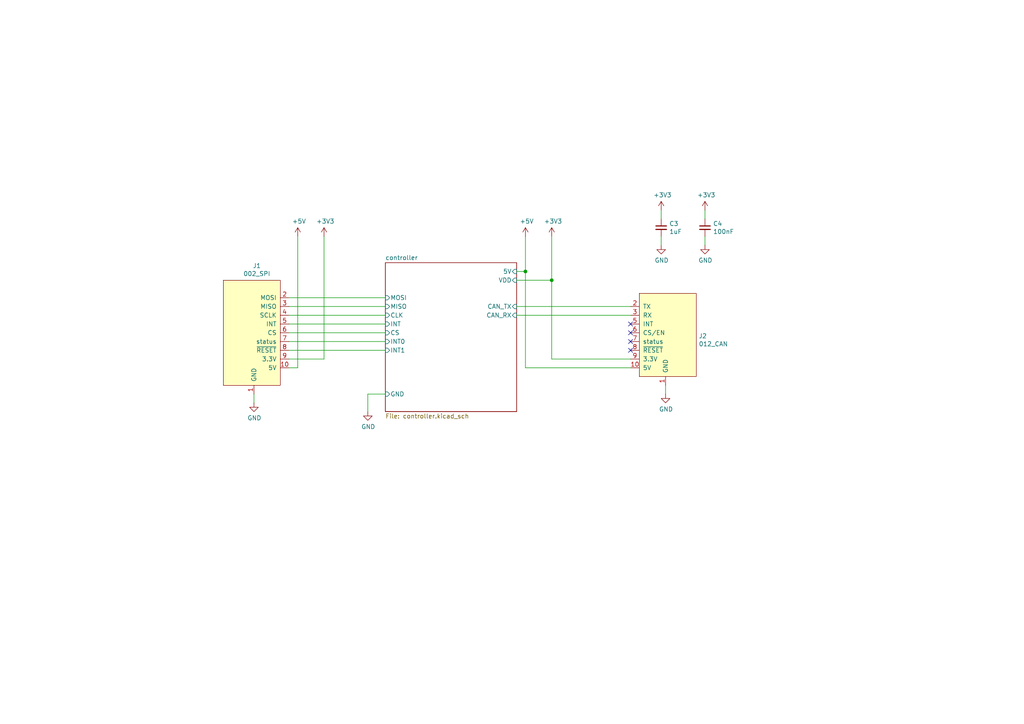
<source format=kicad_sch>
(kicad_sch (version 20211123) (generator eeschema)

  (uuid 712d6a7d-2b62-464f-b745-fd2a6b0187f6)

  (paper "A4")

  (lib_symbols
    (symbol "Device:C_Small" (pin_numbers hide) (pin_names (offset 0.254) hide) (in_bom yes) (on_board yes)
      (property "Reference" "C" (id 0) (at 0.254 1.778 0)
        (effects (font (size 1.27 1.27)) (justify left))
      )
      (property "Value" "C_Small" (id 1) (at 0.254 -2.032 0)
        (effects (font (size 1.27 1.27)) (justify left))
      )
      (property "Footprint" "" (id 2) (at 0 0 0)
        (effects (font (size 1.27 1.27)) hide)
      )
      (property "Datasheet" "~" (id 3) (at 0 0 0)
        (effects (font (size 1.27 1.27)) hide)
      )
      (property "ki_keywords" "capacitor cap" (id 4) (at 0 0 0)
        (effects (font (size 1.27 1.27)) hide)
      )
      (property "ki_description" "Unpolarized capacitor, small symbol" (id 5) (at 0 0 0)
        (effects (font (size 1.27 1.27)) hide)
      )
      (property "ki_fp_filters" "C_*" (id 6) (at 0 0 0)
        (effects (font (size 1.27 1.27)) hide)
      )
      (symbol "C_Small_0_1"
        (polyline
          (pts
            (xy -1.524 -0.508)
            (xy 1.524 -0.508)
          )
          (stroke (width 0.3302) (type default) (color 0 0 0 0))
          (fill (type none))
        )
        (polyline
          (pts
            (xy -1.524 0.508)
            (xy 1.524 0.508)
          )
          (stroke (width 0.3048) (type default) (color 0 0 0 0))
          (fill (type none))
        )
      )
      (symbol "C_Small_1_1"
        (pin passive line (at 0 2.54 270) (length 2.032)
          (name "~" (effects (font (size 1.27 1.27))))
          (number "1" (effects (font (size 1.27 1.27))))
        )
        (pin passive line (at 0 -2.54 90) (length 2.032)
          (name "~" (effects (font (size 1.27 1.27))))
          (number "2" (effects (font (size 1.27 1.27))))
        )
      )
    )
    (symbol "power:+3.3V" (power) (pin_names (offset 0)) (in_bom yes) (on_board yes)
      (property "Reference" "#PWR" (id 0) (at 0 -3.81 0)
        (effects (font (size 1.27 1.27)) hide)
      )
      (property "Value" "+3.3V" (id 1) (at 0 3.556 0)
        (effects (font (size 1.27 1.27)))
      )
      (property "Footprint" "" (id 2) (at 0 0 0)
        (effects (font (size 1.27 1.27)) hide)
      )
      (property "Datasheet" "" (id 3) (at 0 0 0)
        (effects (font (size 1.27 1.27)) hide)
      )
      (property "ki_keywords" "power-flag" (id 4) (at 0 0 0)
        (effects (font (size 1.27 1.27)) hide)
      )
      (property "ki_description" "Power symbol creates a global label with name \"+3.3V\"" (id 5) (at 0 0 0)
        (effects (font (size 1.27 1.27)) hide)
      )
      (symbol "+3.3V_0_1"
        (polyline
          (pts
            (xy -0.762 1.27)
            (xy 0 2.54)
          )
          (stroke (width 0) (type default) (color 0 0 0 0))
          (fill (type none))
        )
        (polyline
          (pts
            (xy 0 0)
            (xy 0 2.54)
          )
          (stroke (width 0) (type default) (color 0 0 0 0))
          (fill (type none))
        )
        (polyline
          (pts
            (xy 0 2.54)
            (xy 0.762 1.27)
          )
          (stroke (width 0) (type default) (color 0 0 0 0))
          (fill (type none))
        )
      )
      (symbol "+3.3V_1_1"
        (pin power_in line (at 0 0 90) (length 0) hide
          (name "+3V3" (effects (font (size 1.27 1.27))))
          (number "1" (effects (font (size 1.27 1.27))))
        )
      )
    )
    (symbol "power:+5V" (power) (pin_names (offset 0)) (in_bom yes) (on_board yes)
      (property "Reference" "#PWR" (id 0) (at 0 -3.81 0)
        (effects (font (size 1.27 1.27)) hide)
      )
      (property "Value" "+5V" (id 1) (at 0 3.556 0)
        (effects (font (size 1.27 1.27)))
      )
      (property "Footprint" "" (id 2) (at 0 0 0)
        (effects (font (size 1.27 1.27)) hide)
      )
      (property "Datasheet" "" (id 3) (at 0 0 0)
        (effects (font (size 1.27 1.27)) hide)
      )
      (property "ki_keywords" "power-flag" (id 4) (at 0 0 0)
        (effects (font (size 1.27 1.27)) hide)
      )
      (property "ki_description" "Power symbol creates a global label with name \"+5V\"" (id 5) (at 0 0 0)
        (effects (font (size 1.27 1.27)) hide)
      )
      (symbol "+5V_0_1"
        (polyline
          (pts
            (xy -0.762 1.27)
            (xy 0 2.54)
          )
          (stroke (width 0) (type default) (color 0 0 0 0))
          (fill (type none))
        )
        (polyline
          (pts
            (xy 0 0)
            (xy 0 2.54)
          )
          (stroke (width 0) (type default) (color 0 0 0 0))
          (fill (type none))
        )
        (polyline
          (pts
            (xy 0 2.54)
            (xy 0.762 1.27)
          )
          (stroke (width 0) (type default) (color 0 0 0 0))
          (fill (type none))
        )
      )
      (symbol "+5V_1_1"
        (pin power_in line (at 0 0 90) (length 0) hide
          (name "+5V" (effects (font (size 1.27 1.27))))
          (number "1" (effects (font (size 1.27 1.27))))
        )
      )
    )
    (symbol "power:GND" (power) (pin_names (offset 0)) (in_bom yes) (on_board yes)
      (property "Reference" "#PWR" (id 0) (at 0 -6.35 0)
        (effects (font (size 1.27 1.27)) hide)
      )
      (property "Value" "GND" (id 1) (at 0 -3.81 0)
        (effects (font (size 1.27 1.27)))
      )
      (property "Footprint" "" (id 2) (at 0 0 0)
        (effects (font (size 1.27 1.27)) hide)
      )
      (property "Datasheet" "" (id 3) (at 0 0 0)
        (effects (font (size 1.27 1.27)) hide)
      )
      (property "ki_keywords" "power-flag" (id 4) (at 0 0 0)
        (effects (font (size 1.27 1.27)) hide)
      )
      (property "ki_description" "Power symbol creates a global label with name \"GND\" , ground" (id 5) (at 0 0 0)
        (effects (font (size 1.27 1.27)) hide)
      )
      (symbol "GND_0_1"
        (polyline
          (pts
            (xy 0 0)
            (xy 0 -1.27)
            (xy 1.27 -1.27)
            (xy 0 -2.54)
            (xy -1.27 -1.27)
            (xy 0 -1.27)
          )
          (stroke (width 0) (type default) (color 0 0 0 0))
          (fill (type none))
        )
      )
      (symbol "GND_1_1"
        (pin power_in line (at 0 0 270) (length 0) hide
          (name "GND" (effects (font (size 1.27 1.27))))
          (number "1" (effects (font (size 1.27 1.27))))
        )
      )
    )
    (symbol "put_on_edge:002_SPI" (pin_names (offset 1.016)) (in_bom yes) (on_board yes)
      (property "Reference" "J" (id 0) (at -1.27 13.97 0)
        (effects (font (size 1.27 1.27)))
      )
      (property "Value" "002_SPI" (id 1) (at 10.16 13.97 0)
        (effects (font (size 1.27 1.27)))
      )
      (property "Footprint" "" (id 2) (at 8.89 16.51 0)
        (effects (font (size 1.27 1.27)) hide)
      )
      (property "Datasheet" "" (id 3) (at 8.89 16.51 0)
        (effects (font (size 1.27 1.27)) hide)
      )
      (symbol "002_SPI_0_1"
        (rectangle (start -7.62 12.7) (end 8.89 -17.78)
          (stroke (width 0) (type default) (color 0 0 0 0))
          (fill (type background))
        )
      )
      (symbol "002_SPI_1_1"
        (pin power_in line (at 0 -20.32 90) (length 2.54)
          (name "GND" (effects (font (size 1.27 1.27))))
          (number "1" (effects (font (size 1.27 1.27))))
        )
        (pin power_in line (at -10.16 -12.7 0) (length 2.54)
          (name "5V" (effects (font (size 1.27 1.27))))
          (number "10" (effects (font (size 1.27 1.27))))
        )
        (pin bidirectional line (at -10.16 7.62 0) (length 2.54)
          (name "MOSI" (effects (font (size 1.27 1.27))))
          (number "2" (effects (font (size 1.27 1.27))))
        )
        (pin bidirectional line (at -10.16 5.08 0) (length 2.54)
          (name "MISO" (effects (font (size 1.27 1.27))))
          (number "3" (effects (font (size 1.27 1.27))))
        )
        (pin bidirectional line (at -10.16 2.54 0) (length 2.54)
          (name "SCLK" (effects (font (size 1.27 1.27))))
          (number "4" (effects (font (size 1.27 1.27))))
        )
        (pin bidirectional line (at -10.16 0 0) (length 2.54)
          (name "INT" (effects (font (size 1.27 1.27))))
          (number "5" (effects (font (size 1.27 1.27))))
        )
        (pin bidirectional line (at -10.16 -2.54 0) (length 2.54)
          (name "CS" (effects (font (size 1.27 1.27))))
          (number "6" (effects (font (size 1.27 1.27))))
        )
        (pin bidirectional line (at -10.16 -5.08 0) (length 2.54)
          (name "status" (effects (font (size 1.27 1.27))))
          (number "7" (effects (font (size 1.27 1.27))))
        )
        (pin bidirectional line (at -10.16 -7.62 0) (length 2.54)
          (name "~{RESET}" (effects (font (size 1.27 1.27))))
          (number "8" (effects (font (size 1.27 1.27))))
        )
        (pin power_in line (at -10.16 -10.16 0) (length 2.54)
          (name "3.3V" (effects (font (size 1.27 1.27))))
          (number "9" (effects (font (size 1.27 1.27))))
        )
      )
    )
    (symbol "put_on_edge:012_CAN" (pin_names (offset 1.016)) (in_bom yes) (on_board yes)
      (property "Reference" "J" (id 0) (at -1.27 12.7 0)
        (effects (font (size 1.27 1.27)))
      )
      (property "Value" "012_CAN" (id 1) (at 10.16 12.7 0)
        (effects (font (size 1.27 1.27)))
      )
      (property "Footprint" "" (id 2) (at 7.62 16.51 0)
        (effects (font (size 1.27 1.27)) hide)
      )
      (property "Datasheet" "" (id 3) (at 7.62 16.51 0)
        (effects (font (size 1.27 1.27)) hide)
      )
      (symbol "012_CAN_0_1"
        (rectangle (start -7.62 11.43) (end 8.89 -12.7)
          (stroke (width 0) (type default) (color 0 0 0 0))
          (fill (type background))
        )
      )
      (symbol "012_CAN_1_1"
        (pin power_in line (at 0 -15.24 90) (length 2.54)
          (name "GND" (effects (font (size 1.27 1.27))))
          (number "1" (effects (font (size 1.27 1.27))))
        )
        (pin power_in line (at -10.16 -10.16 0) (length 2.54)
          (name "5V" (effects (font (size 1.27 1.27))))
          (number "10" (effects (font (size 1.27 1.27))))
        )
        (pin bidirectional line (at -10.16 7.62 0) (length 2.54)
          (name "TX" (effects (font (size 1.27 1.27))))
          (number "2" (effects (font (size 1.27 1.27))))
        )
        (pin bidirectional line (at -10.16 5.08 0) (length 2.54)
          (name "RX" (effects (font (size 1.27 1.27))))
          (number "3" (effects (font (size 1.27 1.27))))
        )
        (pin bidirectional line (at -10.16 2.54 0) (length 2.54)
          (name "INT" (effects (font (size 1.27 1.27))))
          (number "5" (effects (font (size 1.27 1.27))))
        )
        (pin bidirectional line (at -10.16 0 0) (length 2.54)
          (name "CS/EN" (effects (font (size 1.27 1.27))))
          (number "6" (effects (font (size 1.27 1.27))))
        )
        (pin bidirectional line (at -10.16 -2.54 0) (length 2.54)
          (name "status" (effects (font (size 1.27 1.27))))
          (number "7" (effects (font (size 1.27 1.27))))
        )
        (pin bidirectional line (at -10.16 -5.08 0) (length 2.54)
          (name "~{RESET}" (effects (font (size 1.27 1.27))))
          (number "8" (effects (font (size 1.27 1.27))))
        )
        (pin power_in line (at -10.16 -7.62 0) (length 2.54)
          (name "3.3V" (effects (font (size 1.27 1.27))))
          (number "9" (effects (font (size 1.27 1.27))))
        )
      )
    )
  )

  (junction (at 160.02 81.28) (diameter 0) (color 0 0 0 0)
    (uuid 10109f84-4940-47f8-8640-91f185ac9bc1)
  )
  (junction (at 152.4 78.74) (diameter 0) (color 0 0 0 0)
    (uuid c022004a-c968-410e-b59e-fbab0e561e9d)
  )

  (no_connect (at 182.88 96.52) (uuid 5fc27c35-3e1c-4f96-817c-93b5570858a6))
  (no_connect (at 182.88 101.6) (uuid 6a45789b-3855-401f-8139-3c734f7f52f9))
  (no_connect (at 182.88 99.06) (uuid 6c9b793c-e74d-4754-a2c0-901e73b26f1c))
  (no_connect (at 182.88 93.98) (uuid efeac2a2-7682-4dc7-83ee-f6f1b23da506))

  (wire (pts (xy 149.86 88.9) (xy 182.88 88.9))
    (stroke (width 0) (type default) (color 0 0 0 0))
    (uuid 13abf99d-5265-4779-8973-e94370fd18ff)
  )
  (wire (pts (xy 204.47 60.96) (xy 204.47 63.5))
    (stroke (width 0) (type default) (color 0 0 0 0))
    (uuid 1a1ab354-5f85-45f9-938c-9f6c4c8c3ea2)
  )
  (wire (pts (xy 191.77 60.96) (xy 191.77 63.5))
    (stroke (width 0) (type default) (color 0 0 0 0))
    (uuid 1bf544e3-5940-4576-9291-2464e95c0ee2)
  )
  (wire (pts (xy 86.36 68.58) (xy 86.36 106.68))
    (stroke (width 0) (type default) (color 0 0 0 0))
    (uuid 1e1b062d-fad0-427c-a622-c5b8a80b5268)
  )
  (wire (pts (xy 111.76 96.52) (xy 83.82 96.52))
    (stroke (width 0) (type default) (color 0 0 0 0))
    (uuid 23bb2798-d93a-4696-a962-c305c4298a0c)
  )
  (wire (pts (xy 93.98 68.58) (xy 93.98 104.14))
    (stroke (width 0) (type default) (color 0 0 0 0))
    (uuid 30f15357-ce1d-48b9-93dc-7d9b1b2aa048)
  )
  (wire (pts (xy 204.47 68.58) (xy 204.47 71.12))
    (stroke (width 0) (type default) (color 0 0 0 0))
    (uuid 42713045-fffd-4b2d-ae1e-7232d705fb12)
  )
  (wire (pts (xy 111.76 88.9) (xy 83.82 88.9))
    (stroke (width 0) (type default) (color 0 0 0 0))
    (uuid 46918595-4a45-48e8-84c0-961b4db7f35f)
  )
  (wire (pts (xy 152.4 106.68) (xy 182.88 106.68))
    (stroke (width 0) (type default) (color 0 0 0 0))
    (uuid 47baf4b1-0938-497d-88f9-671136aa8be7)
  )
  (wire (pts (xy 160.02 104.14) (xy 182.88 104.14))
    (stroke (width 0) (type default) (color 0 0 0 0))
    (uuid 55e740a3-0735-4744-896e-2bf5437093b9)
  )
  (wire (pts (xy 149.86 78.74) (xy 152.4 78.74))
    (stroke (width 0) (type default) (color 0 0 0 0))
    (uuid 6a955fc7-39d9-4c75-9a69-676ca8c0b9b2)
  )
  (wire (pts (xy 111.76 101.6) (xy 83.82 101.6))
    (stroke (width 0) (type default) (color 0 0 0 0))
    (uuid 6e105729-aba0-497c-a99e-c32d2b3ddb6d)
  )
  (wire (pts (xy 160.02 81.28) (xy 160.02 104.14))
    (stroke (width 0) (type default) (color 0 0 0 0))
    (uuid 71c31975-2c45-4d18-a25a-18e07a55d11e)
  )
  (wire (pts (xy 160.02 81.28) (xy 160.02 68.58))
    (stroke (width 0) (type default) (color 0 0 0 0))
    (uuid 746ba970-8279-4e7b-aed3-f28687777c21)
  )
  (wire (pts (xy 111.76 99.06) (xy 83.82 99.06))
    (stroke (width 0) (type default) (color 0 0 0 0))
    (uuid 78cbdd6c-4878-4cc5-9a58-0e506478e37d)
  )
  (wire (pts (xy 93.98 104.14) (xy 83.82 104.14))
    (stroke (width 0) (type default) (color 0 0 0 0))
    (uuid 87371631-aa02-498a-998a-09bdb74784c1)
  )
  (wire (pts (xy 111.76 93.98) (xy 83.82 93.98))
    (stroke (width 0) (type default) (color 0 0 0 0))
    (uuid 94c158d1-8503-4553-b511-bf42f506c2a8)
  )
  (wire (pts (xy 111.76 91.44) (xy 83.82 91.44))
    (stroke (width 0) (type default) (color 0 0 0 0))
    (uuid 9ccf03e8-755a-4cd9-96fc-30e1d08fa253)
  )
  (wire (pts (xy 106.68 119.38) (xy 106.68 114.3))
    (stroke (width 0) (type default) (color 0 0 0 0))
    (uuid a690fc6c-55d9-47e6-b533-faa4b67e20f3)
  )
  (wire (pts (xy 149.86 91.44) (xy 182.88 91.44))
    (stroke (width 0) (type default) (color 0 0 0 0))
    (uuid a7520ad3-0f8b-4788-92d4-8ffb277041e6)
  )
  (wire (pts (xy 111.76 86.36) (xy 83.82 86.36))
    (stroke (width 0) (type default) (color 0 0 0 0))
    (uuid a795f1ba-cdd5-4cc5-9a52-08586e982934)
  )
  (wire (pts (xy 193.04 114.3) (xy 193.04 111.76))
    (stroke (width 0) (type default) (color 0 0 0 0))
    (uuid b1086f75-01ba-4188-8d36-75a9e2828ca9)
  )
  (wire (pts (xy 191.77 68.58) (xy 191.77 71.12))
    (stroke (width 0) (type default) (color 0 0 0 0))
    (uuid c0515cd2-cdaa-467e-8354-0f6eadfa35c9)
  )
  (wire (pts (xy 106.68 114.3) (xy 111.76 114.3))
    (stroke (width 0) (type default) (color 0 0 0 0))
    (uuid c144caa5-b0d4-4cef-840a-d4ad178a2102)
  )
  (wire (pts (xy 73.66 116.84) (xy 73.66 114.3))
    (stroke (width 0) (type default) (color 0 0 0 0))
    (uuid c70d9ef3-bfeb-47e0-a1e1-9aeba3da7864)
  )
  (wire (pts (xy 86.36 106.68) (xy 83.82 106.68))
    (stroke (width 0) (type default) (color 0 0 0 0))
    (uuid d8603679-3e7b-4337-8dbc-1827f5f54d8a)
  )
  (wire (pts (xy 149.86 81.28) (xy 160.02 81.28))
    (stroke (width 0) (type default) (color 0 0 0 0))
    (uuid e10b5627-3247-4c86-b9f6-ef474ca11543)
  )
  (wire (pts (xy 152.4 78.74) (xy 152.4 68.58))
    (stroke (width 0) (type default) (color 0 0 0 0))
    (uuid e8314017-7be6-4011-9179-37449a29b311)
  )
  (wire (pts (xy 152.4 78.74) (xy 152.4 106.68))
    (stroke (width 0) (type default) (color 0 0 0 0))
    (uuid f4f99e3d-7269-4f6a-a759-16ad2a258779)
  )

  (symbol (lib_id "put_on_edge:002_SPI") (at 73.66 93.98 0) (mirror y) (unit 1)
    (in_bom yes) (on_board yes)
    (uuid 00000000-0000-0000-0000-0000617eac36)
    (property "Reference" "J1" (id 0) (at 74.4982 77.089 0))
    (property "Value" "002_SPI" (id 1) (at 74.4982 79.4004 0))
    (property "Footprint" "on_edge:on_edge_2x05_device" (id 2) (at 66.04 77.47 0)
      (effects (font (size 1.27 1.27)) hide)
    )
    (property "Datasheet" "" (id 3) (at 66.04 77.47 0)
      (effects (font (size 1.27 1.27)) hide)
    )
    (pin "1" (uuid b01861f4-d8b4-4e4a-abe8-e79abd992746))
    (pin "10" (uuid 93af4ed3-f074-4873-b513-7d2625e5fd96))
    (pin "2" (uuid dfa32f98-a4bd-402e-99a2-8dc183b112be))
    (pin "3" (uuid 43108d1f-6fab-4012-bb34-effc39df9879))
    (pin "4" (uuid 85878c11-d4b5-4d11-a6be-f032d8348a4d))
    (pin "5" (uuid 2ead883a-2ef5-4441-a2ba-3751c5a3785b))
    (pin "6" (uuid cd065b82-0cf5-4208-b86e-c662ada48d95))
    (pin "7" (uuid b653e7f3-279a-4cf7-9188-055533b287d4))
    (pin "8" (uuid a80327aa-cef0-4f3b-b4be-5dceece67053))
    (pin "9" (uuid 3aa6e313-7972-4b5e-a4c8-3414c36a4b92))
  )

  (symbol (lib_id "put_on_edge:012_CAN") (at 193.04 96.52 0) (unit 1)
    (in_bom yes) (on_board yes)
    (uuid 00000000-0000-0000-0000-0000617ed06b)
    (property "Reference" "J2" (id 0) (at 202.6412 97.4598 0)
      (effects (font (size 1.27 1.27)) (justify left))
    )
    (property "Value" "012_CAN" (id 1) (at 202.6412 99.7712 0)
      (effects (font (size 1.27 1.27)) (justify left))
    )
    (property "Footprint" "on_edge:on_edge_2x05_host" (id 2) (at 200.66 80.01 0)
      (effects (font (size 1.27 1.27)) hide)
    )
    (property "Datasheet" "" (id 3) (at 200.66 80.01 0)
      (effects (font (size 1.27 1.27)) hide)
    )
    (pin "1" (uuid 53b1f897-371c-47dd-959a-c072a27d4e74))
    (pin "10" (uuid 8c280046-befe-4ad1-8124-a6c196c5f7d2))
    (pin "2" (uuid 27477966-69c3-4f44-adcc-e25c8b4658ce))
    (pin "3" (uuid ac12336a-c2ac-40f8-b055-be8a5ff62426))
    (pin "5" (uuid c4c300bc-e982-40ee-bc82-a4fa8a54a3a5))
    (pin "6" (uuid 44a799bd-0d3a-4a2b-87b4-10fa523aa7d6))
    (pin "7" (uuid 2c884c24-451e-41aa-8de1-33376db18545))
    (pin "8" (uuid 9696cec4-5e81-4cc1-8e56-49f0c994142f))
    (pin "9" (uuid 1571b9d4-6db3-4d13-8517-4e3c9ceea84e))
  )

  (symbol (lib_id "power:GND") (at 73.66 116.84 0) (unit 1)
    (in_bom yes) (on_board yes)
    (uuid 00000000-0000-0000-0000-0000617ee3e4)
    (property "Reference" "#PWR0101" (id 0) (at 73.66 123.19 0)
      (effects (font (size 1.27 1.27)) hide)
    )
    (property "Value" "GND" (id 1) (at 73.787 121.2342 0))
    (property "Footprint" "" (id 2) (at 73.66 116.84 0)
      (effects (font (size 1.27 1.27)) hide)
    )
    (property "Datasheet" "" (id 3) (at 73.66 116.84 0)
      (effects (font (size 1.27 1.27)) hide)
    )
    (pin "1" (uuid 89bddea0-e123-4afd-be16-6b7dd934bb45))
  )

  (symbol (lib_id "power:GND") (at 193.04 114.3 0) (unit 1)
    (in_bom yes) (on_board yes)
    (uuid 00000000-0000-0000-0000-0000617ee726)
    (property "Reference" "#PWR0102" (id 0) (at 193.04 120.65 0)
      (effects (font (size 1.27 1.27)) hide)
    )
    (property "Value" "GND" (id 1) (at 193.167 118.6942 0))
    (property "Footprint" "" (id 2) (at 193.04 114.3 0)
      (effects (font (size 1.27 1.27)) hide)
    )
    (property "Datasheet" "" (id 3) (at 193.04 114.3 0)
      (effects (font (size 1.27 1.27)) hide)
    )
    (pin "1" (uuid 880c680a-7e6c-48f7-8226-9c3889b584d9))
  )

  (symbol (lib_id "power:+5V") (at 152.4 68.58 0) (unit 1)
    (in_bom yes) (on_board yes)
    (uuid 00000000-0000-0000-0000-0000617f1ae5)
    (property "Reference" "#PWR0103" (id 0) (at 152.4 72.39 0)
      (effects (font (size 1.27 1.27)) hide)
    )
    (property "Value" "+5V" (id 1) (at 152.781 64.1858 0))
    (property "Footprint" "" (id 2) (at 152.4 68.58 0)
      (effects (font (size 1.27 1.27)) hide)
    )
    (property "Datasheet" "" (id 3) (at 152.4 68.58 0)
      (effects (font (size 1.27 1.27)) hide)
    )
    (pin "1" (uuid f820bba3-f1dc-4a8b-ae09-d5015b75c2a9))
  )

  (symbol (lib_id "power:+3.3V") (at 160.02 68.58 0) (unit 1)
    (in_bom yes) (on_board yes)
    (uuid 00000000-0000-0000-0000-0000617f236f)
    (property "Reference" "#PWR0104" (id 0) (at 160.02 72.39 0)
      (effects (font (size 1.27 1.27)) hide)
    )
    (property "Value" "+3.3V" (id 1) (at 160.401 64.1858 0))
    (property "Footprint" "" (id 2) (at 160.02 68.58 0)
      (effects (font (size 1.27 1.27)) hide)
    )
    (property "Datasheet" "" (id 3) (at 160.02 68.58 0)
      (effects (font (size 1.27 1.27)) hide)
    )
    (pin "1" (uuid 80a00ffb-c6b0-43d4-8459-54561e7cbe63))
  )

  (symbol (lib_id "power:+5V") (at 86.36 68.58 0) (unit 1)
    (in_bom yes) (on_board yes)
    (uuid 00000000-0000-0000-0000-0000617f3fc7)
    (property "Reference" "#PWR0105" (id 0) (at 86.36 72.39 0)
      (effects (font (size 1.27 1.27)) hide)
    )
    (property "Value" "+5V" (id 1) (at 86.741 64.1858 0))
    (property "Footprint" "" (id 2) (at 86.36 68.58 0)
      (effects (font (size 1.27 1.27)) hide)
    )
    (property "Datasheet" "" (id 3) (at 86.36 68.58 0)
      (effects (font (size 1.27 1.27)) hide)
    )
    (pin "1" (uuid 423c70a5-efcb-4550-a031-a19504279ae1))
  )

  (symbol (lib_id "power:+3.3V") (at 93.98 68.58 0) (unit 1)
    (in_bom yes) (on_board yes)
    (uuid 00000000-0000-0000-0000-0000617f3fcd)
    (property "Reference" "#PWR0106" (id 0) (at 93.98 72.39 0)
      (effects (font (size 1.27 1.27)) hide)
    )
    (property "Value" "+3.3V" (id 1) (at 94.361 64.1858 0))
    (property "Footprint" "" (id 2) (at 93.98 68.58 0)
      (effects (font (size 1.27 1.27)) hide)
    )
    (property "Datasheet" "" (id 3) (at 93.98 68.58 0)
      (effects (font (size 1.27 1.27)) hide)
    )
    (pin "1" (uuid 4a5b4456-9bfa-4ab6-b9b8-d82d95ac2986))
  )

  (symbol (lib_id "power:GND") (at 106.68 119.38 0) (unit 1)
    (in_bom yes) (on_board yes)
    (uuid 00000000-0000-0000-0000-0000617f4ba7)
    (property "Reference" "#PWR0107" (id 0) (at 106.68 125.73 0)
      (effects (font (size 1.27 1.27)) hide)
    )
    (property "Value" "GND" (id 1) (at 106.807 123.7742 0))
    (property "Footprint" "" (id 2) (at 106.68 119.38 0)
      (effects (font (size 1.27 1.27)) hide)
    )
    (property "Datasheet" "" (id 3) (at 106.68 119.38 0)
      (effects (font (size 1.27 1.27)) hide)
    )
    (pin "1" (uuid 661e63a6-57d4-4bd6-8435-e9e47baf2ef9))
  )

  (symbol (lib_id "Device:C_Small") (at 191.77 66.04 0) (unit 1)
    (in_bom yes) (on_board yes)
    (uuid 00000000-0000-0000-0000-000061805a99)
    (property "Reference" "C3" (id 0) (at 194.1068 64.8716 0)
      (effects (font (size 1.27 1.27)) (justify left))
    )
    (property "Value" "1uF" (id 1) (at 194.1068 67.183 0)
      (effects (font (size 1.27 1.27)) (justify left))
    )
    (property "Footprint" "Capacitor_SMD:C_0603_1608Metric" (id 2) (at 191.77 66.04 0)
      (effects (font (size 1.27 1.27)) hide)
    )
    (property "Datasheet" "~" (id 3) (at 191.77 66.04 0)
      (effects (font (size 1.27 1.27)) hide)
    )
    (property "Voltage" "6.3V" (id 4) (at 191.77 66.04 0)
      (effects (font (size 1.27 1.27)) hide)
    )
    (pin "1" (uuid b6d3e6b1-4fdb-4600-8339-e15317f74269))
    (pin "2" (uuid c71f55ed-8b0d-4053-bda8-e1811b500d5c))
  )

  (symbol (lib_id "Device:C_Small") (at 204.47 66.04 0) (unit 1)
    (in_bom yes) (on_board yes)
    (uuid 00000000-0000-0000-0000-000061806b1a)
    (property "Reference" "C4" (id 0) (at 206.8068 64.8716 0)
      (effects (font (size 1.27 1.27)) (justify left))
    )
    (property "Value" "100nF" (id 1) (at 206.8068 67.183 0)
      (effects (font (size 1.27 1.27)) (justify left))
    )
    (property "Footprint" "Capacitor_SMD:C_0603_1608Metric" (id 2) (at 204.47 66.04 0)
      (effects (font (size 1.27 1.27)) hide)
    )
    (property "Datasheet" "~" (id 3) (at 204.47 66.04 0)
      (effects (font (size 1.27 1.27)) hide)
    )
    (property "Voltage" "6.3V" (id 4) (at 204.47 66.04 0)
      (effects (font (size 1.27 1.27)) hide)
    )
    (pin "1" (uuid 3e82fded-c5eb-4f43-9bae-b94627f95032))
    (pin "2" (uuid 9d7b1418-6c23-4392-bd3f-16d1b3bd9909))
  )

  (symbol (lib_id "power:GND") (at 191.77 71.12 0) (unit 1)
    (in_bom yes) (on_board yes)
    (uuid 00000000-0000-0000-0000-000061806db0)
    (property "Reference" "#PWR0108" (id 0) (at 191.77 77.47 0)
      (effects (font (size 1.27 1.27)) hide)
    )
    (property "Value" "GND" (id 1) (at 191.897 75.5142 0))
    (property "Footprint" "" (id 2) (at 191.77 71.12 0)
      (effects (font (size 1.27 1.27)) hide)
    )
    (property "Datasheet" "" (id 3) (at 191.77 71.12 0)
      (effects (font (size 1.27 1.27)) hide)
    )
    (pin "1" (uuid 84ffbb13-b4ed-4870-b8de-b6d78fbf3794))
  )

  (symbol (lib_id "power:GND") (at 204.47 71.12 0) (unit 1)
    (in_bom yes) (on_board yes)
    (uuid 00000000-0000-0000-0000-00006180724b)
    (property "Reference" "#PWR0109" (id 0) (at 204.47 77.47 0)
      (effects (font (size 1.27 1.27)) hide)
    )
    (property "Value" "GND" (id 1) (at 204.597 75.5142 0))
    (property "Footprint" "" (id 2) (at 204.47 71.12 0)
      (effects (font (size 1.27 1.27)) hide)
    )
    (property "Datasheet" "" (id 3) (at 204.47 71.12 0)
      (effects (font (size 1.27 1.27)) hide)
    )
    (pin "1" (uuid e158092a-b261-4092-8ebe-ce90f3128bdf))
  )

  (symbol (lib_id "power:+3.3V") (at 191.77 60.96 0) (unit 1)
    (in_bom yes) (on_board yes)
    (uuid 00000000-0000-0000-0000-00006180754a)
    (property "Reference" "#PWR0110" (id 0) (at 191.77 64.77 0)
      (effects (font (size 1.27 1.27)) hide)
    )
    (property "Value" "+3.3V" (id 1) (at 192.151 56.5658 0))
    (property "Footprint" "" (id 2) (at 191.77 60.96 0)
      (effects (font (size 1.27 1.27)) hide)
    )
    (property "Datasheet" "" (id 3) (at 191.77 60.96 0)
      (effects (font (size 1.27 1.27)) hide)
    )
    (pin "1" (uuid 67c7719e-37e3-4339-8047-6d0a6be74bdd))
  )

  (symbol (lib_id "power:+3.3V") (at 204.47 60.96 0) (unit 1)
    (in_bom yes) (on_board yes)
    (uuid 00000000-0000-0000-0000-000061807855)
    (property "Reference" "#PWR0111" (id 0) (at 204.47 64.77 0)
      (effects (font (size 1.27 1.27)) hide)
    )
    (property "Value" "+3.3V" (id 1) (at 204.851 56.5658 0))
    (property "Footprint" "" (id 2) (at 204.47 60.96 0)
      (effects (font (size 1.27 1.27)) hide)
    )
    (property "Datasheet" "" (id 3) (at 204.47 60.96 0)
      (effects (font (size 1.27 1.27)) hide)
    )
    (pin "1" (uuid 20e54c84-ed7d-4731-8a22-e25ae2877f59))
  )

  (sheet (at 111.76 76.2) (size 38.1 43.18) (fields_autoplaced)
    (stroke (width 0) (type solid) (color 0 0 0 0))
    (fill (color 0 0 0 0.0000))
    (uuid 00000000-0000-0000-0000-0000617efafa)
    (property "Sheet name" "controller" (id 0) (at 111.76 75.4884 0)
      (effects (font (size 1.27 1.27)) (justify left bottom))
    )
    (property "Sheet file" "controller.kicad_sch" (id 1) (at 111.76 119.9646 0)
      (effects (font (size 1.27 1.27)) (justify left top))
    )
    (pin "GND" input (at 111.76 114.3 180)
      (effects (font (size 1.27 1.27)) (justify left))
      (uuid 81bbc3ff-3938-49ac-8297-ce2bcc9a42bd)
    )
    (pin "5V" input (at 149.86 78.74 0)
      (effects (font (size 1.27 1.27)) (justify right))
      (uuid 15875808-74d5-4210-b8ca-aa8fbc04ae21)
    )
    (pin "VDD" input (at 149.86 81.28 0)
      (effects (font (size 1.27 1.27)) (justify right))
      (uuid dd00c2e1-6027-4717-b312-4fab3ee52002)
    )
    (pin "CAN_TX" input (at 149.86 88.9 0)
      (effects (font (size 1.27 1.27)) (justify right))
      (uuid 0a3cc030-c9dd-4d74-9d50-715ed2b361a2)
    )
    (pin "CAN_RX" input (at 149.86 91.44 0)
      (effects (font (size 1.27 1.27)) (justify right))
      (uuid 8322f275-268c-4e87-a69f-4cfbf05e747f)
    )
    (pin "MISO" input (at 111.76 88.9 180)
      (effects (font (size 1.27 1.27)) (justify left))
      (uuid b6270a28-e0d9-4655-a18a-03dbf007b940)
    )
    (pin "MOSI" input (at 111.76 86.36 180)
      (effects (font (size 1.27 1.27)) (justify left))
      (uuid f3490fa5-5a27-423b-af60-53609669542c)
    )
    (pin "CLK" input (at 111.76 91.44 180)
      (effects (font (size 1.27 1.27)) (justify left))
      (uuid 1860e030-7a36-4298-b7fc-a16d48ab15ba)
    )
    (pin "CS" input (at 111.76 96.52 180)
      (effects (font (size 1.27 1.27)) (justify left))
      (uuid 3dcc657b-55a1-48e0-9667-e01e7b6b08b5)
    )
    (pin "INT" input (at 111.76 93.98 180)
      (effects (font (size 1.27 1.27)) (justify left))
      (uuid 67f6e996-3c99-493c-8f6f-e739e2ed5d7a)
    )
    (pin "INT0" input (at 111.76 99.06 180)
      (effects (font (size 1.27 1.27)) (justify left))
      (uuid 32667662-ae86-4904-b198-3e95f11851bf)
    )
    (pin "INT1" input (at 111.76 101.6 180)
      (effects (font (size 1.27 1.27)) (justify left))
      (uuid a05d7640-f2f6-4ba7-8c51-5a4af431fc13)
    )
  )

  (sheet_instances
    (path "/" (page "1"))
    (path "/00000000-0000-0000-0000-0000617efafa" (page "2"))
  )

  (symbol_instances
    (path "/00000000-0000-0000-0000-0000617ee3e4"
      (reference "#PWR0101") (unit 1) (value "GND") (footprint "")
    )
    (path "/00000000-0000-0000-0000-0000617ee726"
      (reference "#PWR0102") (unit 1) (value "GND") (footprint "")
    )
    (path "/00000000-0000-0000-0000-0000617f1ae5"
      (reference "#PWR0103") (unit 1) (value "+5V") (footprint "")
    )
    (path "/00000000-0000-0000-0000-0000617f236f"
      (reference "#PWR0104") (unit 1) (value "+3.3V") (footprint "")
    )
    (path "/00000000-0000-0000-0000-0000617f3fc7"
      (reference "#PWR0105") (unit 1) (value "+5V") (footprint "")
    )
    (path "/00000000-0000-0000-0000-0000617f3fcd"
      (reference "#PWR0106") (unit 1) (value "+3.3V") (footprint "")
    )
    (path "/00000000-0000-0000-0000-0000617f4ba7"
      (reference "#PWR0107") (unit 1) (value "GND") (footprint "")
    )
    (path "/00000000-0000-0000-0000-000061806db0"
      (reference "#PWR0108") (unit 1) (value "GND") (footprint "")
    )
    (path "/00000000-0000-0000-0000-00006180724b"
      (reference "#PWR0109") (unit 1) (value "GND") (footprint "")
    )
    (path "/00000000-0000-0000-0000-00006180754a"
      (reference "#PWR0110") (unit 1) (value "+3.3V") (footprint "")
    )
    (path "/00000000-0000-0000-0000-000061807855"
      (reference "#PWR0111") (unit 1) (value "+3.3V") (footprint "")
    )
    (path "/00000000-0000-0000-0000-0000617efafa/00000000-0000-0000-0000-0000617fd9d7"
      (reference "C1") (unit 1) (value "22pF") (footprint "Capacitor_SMD:C_0603_1608Metric")
    )
    (path "/00000000-0000-0000-0000-0000617efafa/00000000-0000-0000-0000-0000617fe3b4"
      (reference "C2") (unit 1) (value "22pF") (footprint "Capacitor_SMD:C_0603_1608Metric")
    )
    (path "/00000000-0000-0000-0000-000061805a99"
      (reference "C3") (unit 1) (value "1uF") (footprint "Capacitor_SMD:C_0603_1608Metric")
    )
    (path "/00000000-0000-0000-0000-000061806b1a"
      (reference "C4") (unit 1) (value "100nF") (footprint "Capacitor_SMD:C_0603_1608Metric")
    )
    (path "/00000000-0000-0000-0000-0000617eac36"
      (reference "J1") (unit 1) (value "002_SPI") (footprint "on_edge:on_edge_2x05_device")
    )
    (path "/00000000-0000-0000-0000-0000617ed06b"
      (reference "J2") (unit 1) (value "012_CAN") (footprint "on_edge:on_edge_2x05_host")
    )
    (path "/00000000-0000-0000-0000-0000617efafa/00000000-0000-0000-0000-0000617f6d49"
      (reference "R1") (unit 1) (value "0R") (footprint "Resistor_SMD:R_0603_1608Metric")
    )
    (path "/00000000-0000-0000-0000-0000617efafa/00000000-0000-0000-0000-0000617f7715"
      (reference "U1") (unit 1) (value "MCP2517FD-xSL") (footprint "Package_SO:SOIC-14_3.9x8.7mm_P1.27mm")
    )
    (path "/00000000-0000-0000-0000-0000617efafa/00000000-0000-0000-0000-0000617fbd53"
      (reference "Y1") (unit 1) (value "20MhZ") (footprint "Crystal:Crystal_SMD_Abracon_ABM8G-4Pin_3.2x2.5mm")
    )
  )
)

</source>
